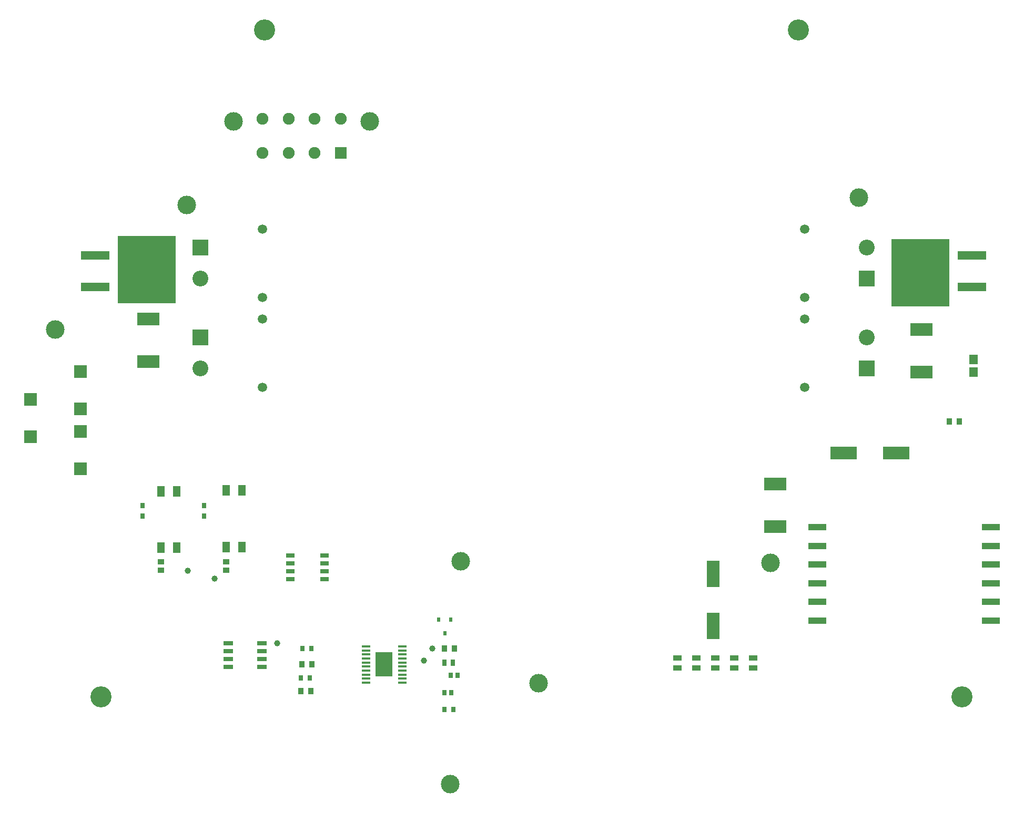
<source format=gbr>
%TF.GenerationSoftware,Altium Limited,Altium Designer,23.6.0 (18)*%
G04 Layer_Color=255*
%FSLAX45Y45*%
%MOMM*%
%TF.SameCoordinates,CA757A27-890D-4031-9470-5F8B39CF6935*%
%TF.FilePolarity,Positive*%
%TF.FileFunction,Pads,Top*%
%TF.Part,Single*%
G01*
G75*
%TA.AperFunction,SMDPad,CuDef*%
%ADD10R,2.95000X1.00000*%
%ADD11R,1.45000X0.65000*%
%ADD12R,1.05000X0.90000*%
%ADD13R,4.60000X1.35000*%
%ADD14R,9.40000X10.80000*%
%ADD15R,0.90000X1.00000*%
%ADD16C,1.00000*%
%ADD17C,3.00000*%
%ADD18R,4.25000X2.10000*%
%ADD19R,1.29540X1.65100*%
%ADD20R,1.45000X0.45000*%
%ADD21R,2.74000X3.86000*%
%ADD22R,3.55600X2.03200*%
%ADD23R,1.47000X0.97000*%
%ADD24R,0.60000X0.75000*%
%ADD25R,0.65000X0.90000*%
%ADD26R,0.80000X0.90000*%
%ADD27R,2.00000X2.00000*%
%ADD28R,1.52500X0.65000*%
%ADD29R,1.45000X1.50000*%
%ADD30R,0.78000X0.98000*%
%ADD31R,2.05000X4.30000*%
%TA.AperFunction,ViaPad*%
%ADD35C,3.40000*%
%TA.AperFunction,ComponentPad*%
%ADD36C,1.50800*%
%ADD37C,2.55000*%
%ADD38R,2.55000X2.55000*%
%ADD39R,1.90000X1.90000*%
%ADD40C,1.90000*%
%ADD41C,3.00000*%
D10*
X17475697Y5969701D02*
D03*
Y5669702D02*
D03*
Y5369702D02*
D03*
Y5069698D02*
D03*
Y4769698D02*
D03*
Y4469699D02*
D03*
X14680702D02*
D03*
Y4769698D02*
D03*
Y5069698D02*
D03*
Y5369702D02*
D03*
Y5669702D02*
D03*
Y5969701D02*
D03*
D11*
X6754500Y5511800D02*
D03*
Y5384800D02*
D03*
Y5257800D02*
D03*
Y5130800D02*
D03*
X6199500D02*
D03*
Y5257800D02*
D03*
Y5384800D02*
D03*
Y5511800D02*
D03*
D12*
X4114800Y5414201D02*
D03*
Y5279200D02*
D03*
X5168900Y5414196D02*
D03*
Y5279200D02*
D03*
D13*
X17169901Y9842500D02*
D03*
Y10350500D02*
D03*
X3061200Y9842500D02*
D03*
Y10350500D02*
D03*
D14*
X16344901Y10071100D02*
D03*
X3886200Y10121900D02*
D03*
D15*
X16967200Y7670800D02*
D03*
X16807201D02*
D03*
X8683000Y4013200D02*
D03*
X8843000D02*
D03*
X6384300Y3759200D02*
D03*
X6544300D02*
D03*
X6367800Y3327400D02*
D03*
X6527800D02*
D03*
D16*
X4980000Y5140000D02*
D03*
X4550000Y5270000D02*
D03*
X8484050Y4020650D02*
D03*
X8354050Y3820650D02*
D03*
X5990000Y4100000D02*
D03*
D17*
X8775700Y1828800D02*
D03*
X8940000Y5420000D02*
D03*
X4530000Y11160000D02*
D03*
X13930000Y5400000D02*
D03*
X15350000Y11280000D02*
D03*
X10198100Y3454400D02*
D03*
X2413000Y9156700D02*
D03*
D18*
X15951199Y7162800D02*
D03*
X15111200D02*
D03*
D19*
X5168900Y6564630D02*
D03*
X5422900D02*
D03*
Y5652770D02*
D03*
X5168900D02*
D03*
X4114800Y5640070D02*
D03*
X4368800D02*
D03*
Y6551930D02*
D03*
X4114800D02*
D03*
D20*
X8001401Y3466699D02*
D03*
Y3531702D02*
D03*
Y3596701D02*
D03*
Y3661700D02*
D03*
Y3726698D02*
D03*
Y3791702D02*
D03*
Y3856700D02*
D03*
Y3921699D02*
D03*
Y3986698D02*
D03*
Y4051701D02*
D03*
X7416399D02*
D03*
Y3986698D02*
D03*
Y3921699D02*
D03*
Y3856700D02*
D03*
Y3791702D02*
D03*
Y3726698D02*
D03*
Y3661700D02*
D03*
Y3596701D02*
D03*
Y3531702D02*
D03*
Y3466699D02*
D03*
D21*
X7708900Y3759200D02*
D03*
D22*
X16357600Y9156700D02*
D03*
Y8470900D02*
D03*
X14008099Y5981700D02*
D03*
Y6667500D02*
D03*
X3911600Y9321800D02*
D03*
Y8636000D02*
D03*
D23*
X13652499Y3867602D02*
D03*
Y3701598D02*
D03*
X13347701Y3867602D02*
D03*
Y3701598D02*
D03*
X13042900Y3867602D02*
D03*
Y3701598D02*
D03*
X12738100D02*
D03*
Y3867602D02*
D03*
X12433300D02*
D03*
Y3701598D02*
D03*
D24*
X8781801Y4478802D02*
D03*
X8591799D02*
D03*
X8686800Y4258798D02*
D03*
D25*
X8896701Y3581400D02*
D03*
X8781699D02*
D03*
X8795101Y3302000D02*
D03*
X8680099D02*
D03*
X8677802Y3035300D02*
D03*
X8822800D02*
D03*
X6511402Y3543300D02*
D03*
X6366398D02*
D03*
X6536802Y4013200D02*
D03*
X6391798D02*
D03*
D26*
X4813300Y6320699D02*
D03*
Y6150701D02*
D03*
X3822700Y6320699D02*
D03*
Y6150701D02*
D03*
D27*
X2019300Y8026400D02*
D03*
Y7426401D02*
D03*
X2819400Y6913601D02*
D03*
Y7513599D02*
D03*
Y8478799D02*
D03*
Y7878801D02*
D03*
D28*
X5202499Y3721100D02*
D03*
Y3848100D02*
D03*
Y3975100D02*
D03*
Y4102100D02*
D03*
X5744901D02*
D03*
Y3975100D02*
D03*
Y3848100D02*
D03*
Y3721100D02*
D03*
D29*
X17195799Y8470900D02*
D03*
Y8670900D02*
D03*
D30*
X8820302Y3784600D02*
D03*
X8680298D02*
D03*
D31*
X13004800Y5220599D02*
D03*
Y4380601D02*
D03*
D35*
X17012000Y3238999D02*
D03*
X5785401Y13986131D02*
D03*
X3155593Y3238999D02*
D03*
X14382193Y13986131D02*
D03*
D36*
X5753098Y9325698D02*
D03*
Y8225701D02*
D03*
X5753100Y10773501D02*
D03*
Y9673499D02*
D03*
X14478000Y8225699D02*
D03*
Y9325701D02*
D03*
Y10773501D02*
D03*
Y9673499D02*
D03*
D37*
X4753100Y8525700D02*
D03*
X4753102Y9973498D02*
D03*
X15477998Y9025702D02*
D03*
Y10473502D02*
D03*
D38*
X4753100Y9025699D02*
D03*
X4753102Y10473502D02*
D03*
X15477998Y8525698D02*
D03*
Y9973498D02*
D03*
D39*
X7012198Y12001500D02*
D03*
D40*
X6592199D02*
D03*
X6172200D02*
D03*
X5752201D02*
D03*
X7012198Y12551501D02*
D03*
X6592199D02*
D03*
X6172200D02*
D03*
X5752201D02*
D03*
D41*
X7482200Y12505502D02*
D03*
X5282199D02*
D03*
%TF.MD5,9c56243b0ebebd2106f5180315c18b6f*%
M02*

</source>
